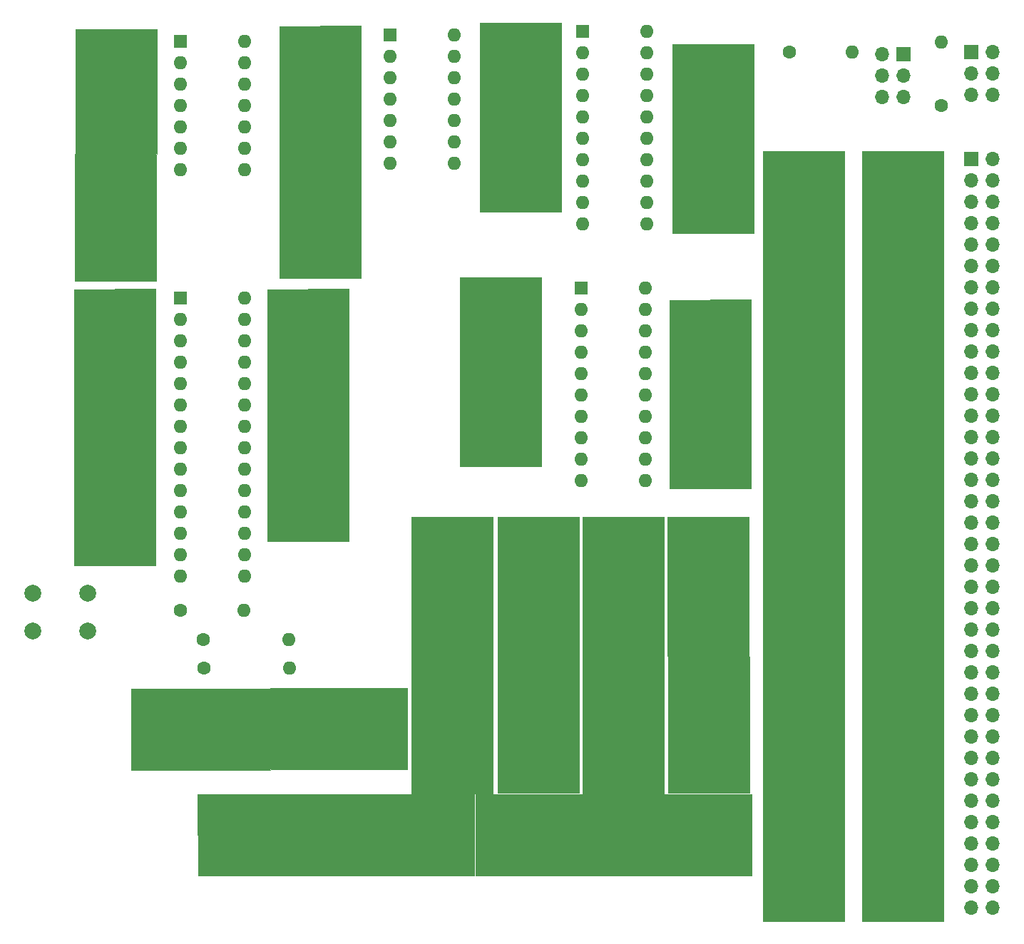
<source format=gbr>
%TF.GenerationSoftware,KiCad,Pcbnew,(5.1.8)-1*%
%TF.CreationDate,2021-01-08T14:24:18-05:00*%
%TF.ProjectId,z80logic,7a38306c-6f67-4696-932e-6b696361645f,1*%
%TF.SameCoordinates,Original*%
%TF.FileFunction,Soldermask,Top*%
%TF.FilePolarity,Negative*%
%FSLAX46Y46*%
G04 Gerber Fmt 4.6, Leading zero omitted, Abs format (unit mm)*
G04 Created by KiCad (PCBNEW (5.1.8)-1) date 2021-01-08 14:24:18*
%MOMM*%
%LPD*%
G01*
G04 APERTURE LIST*
%ADD10C,0.100000*%
%ADD11C,1.524000*%
%ADD12O,1.700000X1.700000*%
%ADD13R,1.700000X1.700000*%
%ADD14O,1.600000X1.600000*%
%ADD15R,1.600000X1.600000*%
%ADD16C,1.600000*%
%ADD17C,2.000000*%
G04 APERTURE END LIST*
D10*
%TO.C,C20*%
G36*
X134226300Y-112275620D02*
G01*
X134226300Y-102623620D01*
X167005000Y-102616000D01*
X167030400Y-112268000D01*
X134226300Y-112275620D01*
G37*
X134226300Y-112275620D02*
X134226300Y-102623620D01*
X167005000Y-102616000D01*
X167030400Y-112268000D01*
X134226300Y-112275620D01*
%TO.C,C19*%
G36*
X174955200Y-115181380D02*
G01*
X174955200Y-124833380D01*
X142176500Y-124841000D01*
X142151100Y-115189000D01*
X174955200Y-115181380D01*
G37*
X174955200Y-115181380D02*
X174955200Y-124833380D01*
X142176500Y-124841000D01*
X142151100Y-115189000D01*
X174955200Y-115181380D01*
%TO.C,C18*%
G36*
X177172620Y-115074700D02*
G01*
X167520620Y-115074700D01*
X167513000Y-82296000D01*
X177165000Y-82270600D01*
X177172620Y-115074700D01*
G37*
X177172620Y-115074700D02*
X167520620Y-115074700D01*
X167513000Y-82296000D01*
X177165000Y-82270600D01*
X177172620Y-115074700D01*
%TO.C,C17*%
G36*
X207911700Y-115181380D02*
G01*
X207911700Y-124833380D01*
X175133000Y-124841000D01*
X175107600Y-115189000D01*
X207911700Y-115181380D01*
G37*
X207911700Y-115181380D02*
X207911700Y-124833380D01*
X175133000Y-124841000D01*
X175107600Y-115189000D01*
X207911700Y-115181380D01*
%TO.C,C16*%
G36*
X187411360Y-115059460D02*
G01*
X177759360Y-115059460D01*
X177751740Y-82280760D01*
X187403740Y-82255360D01*
X187411360Y-115059460D01*
G37*
X187411360Y-115059460D02*
X177759360Y-115059460D01*
X177751740Y-82280760D01*
X187403740Y-82255360D01*
X187411360Y-115059460D01*
%TO.C,C15*%
G36*
X197492620Y-115074700D02*
G01*
X187840620Y-115074700D01*
X187833000Y-82296000D01*
X197485000Y-82270600D01*
X197492620Y-115074700D01*
G37*
X197492620Y-115074700D02*
X187840620Y-115074700D01*
X187833000Y-82296000D01*
X197485000Y-82270600D01*
X197492620Y-115074700D01*
%TO.C,C14*%
G36*
X207604360Y-115059460D02*
G01*
X197952360Y-115059460D01*
X197944740Y-82280760D01*
X207596740Y-82255360D01*
X207604360Y-115059460D01*
G37*
X207604360Y-115059460D02*
X197952360Y-115059460D01*
X197944740Y-82280760D01*
X207596740Y-82255360D01*
X207604360Y-115059460D01*
%TO.C,C13*%
G36*
X207850740Y-78877160D02*
G01*
X198198740Y-78877160D01*
X198198740Y-56499760D01*
X207850740Y-56474360D01*
X207850740Y-78877160D01*
G37*
X207850740Y-78877160D02*
X198198740Y-78877160D01*
X198198740Y-56499760D01*
X207850740Y-56474360D01*
X207850740Y-78877160D01*
%TO.C,C12*%
G36*
X182958740Y-76210160D02*
G01*
X173306740Y-76210160D01*
X173306740Y-53832760D01*
X182958740Y-53807360D01*
X182958740Y-76210160D01*
G37*
X182958740Y-76210160D02*
X173306740Y-76210160D01*
X173306740Y-53832760D01*
X182958740Y-53807360D01*
X182958740Y-76210160D01*
%TO.C,C11*%
G36*
X137237781Y-54238201D02*
G01*
X127585781Y-54238201D01*
X127595941Y-24350021D01*
X137247941Y-24324621D01*
X137237781Y-54238201D01*
G37*
X137237781Y-54238201D02*
X127585781Y-54238201D01*
X127595941Y-24350021D01*
X137247941Y-24324621D01*
X137237781Y-54238201D01*
%TO.C,C10*%
G36*
X161485580Y-53875940D02*
G01*
X151833580Y-53875940D01*
X151843740Y-23987760D01*
X161495740Y-23962360D01*
X161485580Y-53875940D01*
G37*
X161485580Y-53875940D02*
X151833580Y-53875940D01*
X151843740Y-23987760D01*
X161495740Y-23962360D01*
X161485580Y-53875940D01*
%TO.C,C7*%
G36*
X218889580Y-130251200D02*
G01*
X209237580Y-130251200D01*
X209247740Y-38846760D01*
X218899740Y-38821360D01*
X218889580Y-130251200D01*
G37*
X218889580Y-130251200D02*
X209237580Y-130251200D01*
X209247740Y-38846760D01*
X218899740Y-38821360D01*
X218889580Y-130251200D01*
%TO.C,C8*%
G36*
X230700580Y-130251200D02*
G01*
X221048580Y-130251200D01*
X221058740Y-38846760D01*
X230710740Y-38821360D01*
X230700580Y-130251200D01*
G37*
X230700580Y-130251200D02*
X221048580Y-130251200D01*
X221058740Y-38846760D01*
X230710740Y-38821360D01*
X230700580Y-130251200D01*
%TO.C,C5*%
G36*
X137119360Y-88008460D02*
G01*
X127467360Y-88008460D01*
X127459740Y-55229760D01*
X137111740Y-55204360D01*
X137119360Y-88008460D01*
G37*
X137119360Y-88008460D02*
X127467360Y-88008460D01*
X127459740Y-55229760D01*
X137111740Y-55204360D01*
X137119360Y-88008460D01*
%TO.C,C4*%
G36*
X208153000Y-48539400D02*
G01*
X198501000Y-48539400D01*
X198501000Y-26162000D01*
X208153000Y-26136600D01*
X208153000Y-48539400D01*
G37*
X208153000Y-48539400D02*
X198501000Y-48539400D01*
X198501000Y-26162000D01*
X208153000Y-26136600D01*
X208153000Y-48539400D01*
%TO.C,C2*%
G36*
X185293000Y-45999400D02*
G01*
X175641000Y-45999400D01*
X175641000Y-23622000D01*
X185293000Y-23596600D01*
X185293000Y-45999400D01*
G37*
X185293000Y-45999400D02*
X175641000Y-45999400D01*
X175641000Y-23622000D01*
X185293000Y-23596600D01*
X185293000Y-45999400D01*
%TO.C,C6*%
G36*
X160088580Y-85117940D02*
G01*
X150436580Y-85117940D01*
X150446740Y-55229760D01*
X160098740Y-55204360D01*
X160088580Y-85117940D01*
G37*
X160088580Y-85117940D02*
X150436580Y-85117940D01*
X150446740Y-55229760D01*
X160098740Y-55204360D01*
X160088580Y-85117940D01*
%TD*%
D11*
%TO.C,C20*%
X135509000Y-111252000D03*
X135509000Y-108712000D03*
X135509000Y-106172000D03*
X135509000Y-103632000D03*
X138049000Y-111252000D03*
X138049000Y-108712000D03*
X138049000Y-106172000D03*
X138049000Y-103632000D03*
X140589000Y-111252000D03*
X140589000Y-108712000D03*
X140589000Y-106172000D03*
X140589000Y-103632000D03*
X143129000Y-111252000D03*
X143129000Y-108712000D03*
X143129000Y-106172000D03*
X143129000Y-103632000D03*
X145669000Y-111252000D03*
X145669000Y-108712000D03*
X145669000Y-106172000D03*
X145669000Y-103632000D03*
X148209000Y-111252000D03*
X148209000Y-108712000D03*
X148209000Y-106172000D03*
X148209000Y-103632000D03*
X150749000Y-111252000D03*
X150749000Y-108712000D03*
X150749000Y-106172000D03*
X150749000Y-103632000D03*
X153289000Y-111252000D03*
X153289000Y-108712000D03*
X153289000Y-106172000D03*
X153289000Y-103632000D03*
X155829000Y-111252000D03*
X155829000Y-108712000D03*
X155829000Y-106172000D03*
X155829000Y-103632000D03*
X158369000Y-111252000D03*
X158369000Y-108712000D03*
X158369000Y-106172000D03*
X158369000Y-103632000D03*
X160909000Y-111252000D03*
X160909000Y-108712000D03*
X160909000Y-106172000D03*
X160909000Y-103632000D03*
X163449000Y-111252000D03*
X163449000Y-108712000D03*
X163449000Y-106172000D03*
X163449000Y-103632000D03*
X165989000Y-111252000D03*
X165989000Y-108712000D03*
X165989000Y-106172000D03*
X165989000Y-103632000D03*
%TD*%
%TO.C,C19*%
X173672500Y-116205000D03*
X173672500Y-118745000D03*
X173672500Y-121285000D03*
X173672500Y-123825000D03*
X171132500Y-116205000D03*
X171132500Y-118745000D03*
X171132500Y-121285000D03*
X171132500Y-123825000D03*
X168592500Y-116205000D03*
X168592500Y-118745000D03*
X168592500Y-121285000D03*
X168592500Y-123825000D03*
X166052500Y-116205000D03*
X166052500Y-118745000D03*
X166052500Y-121285000D03*
X166052500Y-123825000D03*
X163512500Y-116205000D03*
X163512500Y-118745000D03*
X163512500Y-121285000D03*
X163512500Y-123825000D03*
X160972500Y-116205000D03*
X160972500Y-118745000D03*
X160972500Y-121285000D03*
X160972500Y-123825000D03*
X158432500Y-116205000D03*
X158432500Y-118745000D03*
X158432500Y-121285000D03*
X158432500Y-123825000D03*
X155892500Y-116205000D03*
X155892500Y-118745000D03*
X155892500Y-121285000D03*
X155892500Y-123825000D03*
X153352500Y-116205000D03*
X153352500Y-118745000D03*
X153352500Y-121285000D03*
X153352500Y-123825000D03*
X150812500Y-116205000D03*
X150812500Y-118745000D03*
X150812500Y-121285000D03*
X150812500Y-123825000D03*
X148272500Y-116205000D03*
X148272500Y-118745000D03*
X148272500Y-121285000D03*
X148272500Y-123825000D03*
X145732500Y-116205000D03*
X145732500Y-118745000D03*
X145732500Y-121285000D03*
X145732500Y-123825000D03*
X143192500Y-116205000D03*
X143192500Y-118745000D03*
X143192500Y-121285000D03*
X143192500Y-123825000D03*
%TD*%
%TO.C,C18*%
X176149000Y-113792000D03*
X173609000Y-113792000D03*
X171069000Y-113792000D03*
X168529000Y-113792000D03*
X176149000Y-111252000D03*
X173609000Y-111252000D03*
X171069000Y-111252000D03*
X168529000Y-111252000D03*
X176149000Y-108712000D03*
X173609000Y-108712000D03*
X171069000Y-108712000D03*
X168529000Y-108712000D03*
X176149000Y-106172000D03*
X173609000Y-106172000D03*
X171069000Y-106172000D03*
X168529000Y-106172000D03*
X176149000Y-103632000D03*
X173609000Y-103632000D03*
X171069000Y-103632000D03*
X168529000Y-103632000D03*
X176149000Y-101092000D03*
X173609000Y-101092000D03*
X171069000Y-101092000D03*
X168529000Y-101092000D03*
X176149000Y-98552000D03*
X173609000Y-98552000D03*
X171069000Y-98552000D03*
X168529000Y-98552000D03*
X176149000Y-96012000D03*
X173609000Y-96012000D03*
X171069000Y-96012000D03*
X168529000Y-96012000D03*
X176149000Y-93472000D03*
X173609000Y-93472000D03*
X171069000Y-93472000D03*
X168529000Y-93472000D03*
X176149000Y-90932000D03*
X173609000Y-90932000D03*
X171069000Y-90932000D03*
X168529000Y-90932000D03*
X176149000Y-88392000D03*
X173609000Y-88392000D03*
X171069000Y-88392000D03*
X168529000Y-88392000D03*
X176149000Y-85852000D03*
X173609000Y-85852000D03*
X171069000Y-85852000D03*
X168529000Y-85852000D03*
X176149000Y-83312000D03*
X173609000Y-83312000D03*
X171069000Y-83312000D03*
X168529000Y-83312000D03*
%TD*%
%TO.C,C17*%
X206629000Y-116205000D03*
X206629000Y-118745000D03*
X206629000Y-121285000D03*
X206629000Y-123825000D03*
X204089000Y-116205000D03*
X204089000Y-118745000D03*
X204089000Y-121285000D03*
X204089000Y-123825000D03*
X201549000Y-116205000D03*
X201549000Y-118745000D03*
X201549000Y-121285000D03*
X201549000Y-123825000D03*
X199009000Y-116205000D03*
X199009000Y-118745000D03*
X199009000Y-121285000D03*
X199009000Y-123825000D03*
X196469000Y-116205000D03*
X196469000Y-118745000D03*
X196469000Y-121285000D03*
X196469000Y-123825000D03*
X193929000Y-116205000D03*
X193929000Y-118745000D03*
X193929000Y-121285000D03*
X193929000Y-123825000D03*
X191389000Y-116205000D03*
X191389000Y-118745000D03*
X191389000Y-121285000D03*
X191389000Y-123825000D03*
X188849000Y-116205000D03*
X188849000Y-118745000D03*
X188849000Y-121285000D03*
X188849000Y-123825000D03*
X186309000Y-116205000D03*
X186309000Y-118745000D03*
X186309000Y-121285000D03*
X186309000Y-123825000D03*
X183769000Y-116205000D03*
X183769000Y-118745000D03*
X183769000Y-121285000D03*
X183769000Y-123825000D03*
X181229000Y-116205000D03*
X181229000Y-118745000D03*
X181229000Y-121285000D03*
X181229000Y-123825000D03*
X178689000Y-116205000D03*
X178689000Y-118745000D03*
X178689000Y-121285000D03*
X178689000Y-123825000D03*
X176149000Y-116205000D03*
X176149000Y-118745000D03*
X176149000Y-121285000D03*
X176149000Y-123825000D03*
%TD*%
%TO.C,C16*%
X186387740Y-113776760D03*
X183847740Y-113776760D03*
X181307740Y-113776760D03*
X178767740Y-113776760D03*
X186387740Y-111236760D03*
X183847740Y-111236760D03*
X181307740Y-111236760D03*
X178767740Y-111236760D03*
X186387740Y-108696760D03*
X183847740Y-108696760D03*
X181307740Y-108696760D03*
X178767740Y-108696760D03*
X186387740Y-106156760D03*
X183847740Y-106156760D03*
X181307740Y-106156760D03*
X178767740Y-106156760D03*
X186387740Y-103616760D03*
X183847740Y-103616760D03*
X181307740Y-103616760D03*
X178767740Y-103616760D03*
X186387740Y-101076760D03*
X183847740Y-101076760D03*
X181307740Y-101076760D03*
X178767740Y-101076760D03*
X186387740Y-98536760D03*
X183847740Y-98536760D03*
X181307740Y-98536760D03*
X178767740Y-98536760D03*
X186387740Y-95996760D03*
X183847740Y-95996760D03*
X181307740Y-95996760D03*
X178767740Y-95996760D03*
X186387740Y-93456760D03*
X183847740Y-93456760D03*
X181307740Y-93456760D03*
X178767740Y-93456760D03*
X186387740Y-90916760D03*
X183847740Y-90916760D03*
X181307740Y-90916760D03*
X178767740Y-90916760D03*
X186387740Y-88376760D03*
X183847740Y-88376760D03*
X181307740Y-88376760D03*
X178767740Y-88376760D03*
X186387740Y-85836760D03*
X183847740Y-85836760D03*
X181307740Y-85836760D03*
X178767740Y-85836760D03*
X186387740Y-83296760D03*
X183847740Y-83296760D03*
X181307740Y-83296760D03*
X178767740Y-83296760D03*
%TD*%
%TO.C,C15*%
X196469000Y-113792000D03*
X193929000Y-113792000D03*
X191389000Y-113792000D03*
X188849000Y-113792000D03*
X196469000Y-111252000D03*
X193929000Y-111252000D03*
X191389000Y-111252000D03*
X188849000Y-111252000D03*
X196469000Y-108712000D03*
X193929000Y-108712000D03*
X191389000Y-108712000D03*
X188849000Y-108712000D03*
X196469000Y-106172000D03*
X193929000Y-106172000D03*
X191389000Y-106172000D03*
X188849000Y-106172000D03*
X196469000Y-103632000D03*
X193929000Y-103632000D03*
X191389000Y-103632000D03*
X188849000Y-103632000D03*
X196469000Y-101092000D03*
X193929000Y-101092000D03*
X191389000Y-101092000D03*
X188849000Y-101092000D03*
X196469000Y-98552000D03*
X193929000Y-98552000D03*
X191389000Y-98552000D03*
X188849000Y-98552000D03*
X196469000Y-96012000D03*
X193929000Y-96012000D03*
X191389000Y-96012000D03*
X188849000Y-96012000D03*
X196469000Y-93472000D03*
X193929000Y-93472000D03*
X191389000Y-93472000D03*
X188849000Y-93472000D03*
X196469000Y-90932000D03*
X193929000Y-90932000D03*
X191389000Y-90932000D03*
X188849000Y-90932000D03*
X196469000Y-88392000D03*
X193929000Y-88392000D03*
X191389000Y-88392000D03*
X188849000Y-88392000D03*
X196469000Y-85852000D03*
X193929000Y-85852000D03*
X191389000Y-85852000D03*
X188849000Y-85852000D03*
X196469000Y-83312000D03*
X193929000Y-83312000D03*
X191389000Y-83312000D03*
X188849000Y-83312000D03*
%TD*%
%TO.C,C14*%
X206580740Y-113776760D03*
X204040740Y-113776760D03*
X201500740Y-113776760D03*
X198960740Y-113776760D03*
X206580740Y-111236760D03*
X204040740Y-111236760D03*
X201500740Y-111236760D03*
X198960740Y-111236760D03*
X206580740Y-108696760D03*
X204040740Y-108696760D03*
X201500740Y-108696760D03*
X198960740Y-108696760D03*
X206580740Y-106156760D03*
X204040740Y-106156760D03*
X201500740Y-106156760D03*
X198960740Y-106156760D03*
X206580740Y-103616760D03*
X204040740Y-103616760D03*
X201500740Y-103616760D03*
X198960740Y-103616760D03*
X206580740Y-101076760D03*
X204040740Y-101076760D03*
X201500740Y-101076760D03*
X198960740Y-101076760D03*
X206580740Y-98536760D03*
X204040740Y-98536760D03*
X201500740Y-98536760D03*
X198960740Y-98536760D03*
X206580740Y-95996760D03*
X204040740Y-95996760D03*
X201500740Y-95996760D03*
X198960740Y-95996760D03*
X206580740Y-93456760D03*
X204040740Y-93456760D03*
X201500740Y-93456760D03*
X198960740Y-93456760D03*
X206580740Y-90916760D03*
X204040740Y-90916760D03*
X201500740Y-90916760D03*
X198960740Y-90916760D03*
X206580740Y-88376760D03*
X204040740Y-88376760D03*
X201500740Y-88376760D03*
X198960740Y-88376760D03*
X206580740Y-85836760D03*
X204040740Y-85836760D03*
X201500740Y-85836760D03*
X198960740Y-85836760D03*
X206580740Y-83296760D03*
X204040740Y-83296760D03*
X201500740Y-83296760D03*
X198960740Y-83296760D03*
%TD*%
D12*
%TO.C,J3*%
X223393000Y-32385000D03*
X225933000Y-32385000D03*
X223393000Y-29845000D03*
X225933000Y-29845000D03*
X223393000Y-27305000D03*
D13*
X225933000Y-27305000D03*
%TD*%
D14*
%TO.C,IOPORT1*%
X195250001Y-55092001D03*
X187630001Y-77952001D03*
X195250001Y-57632001D03*
X187630001Y-75412001D03*
X195250001Y-60172001D03*
X187630001Y-72872001D03*
X195250001Y-62712001D03*
X187630001Y-70332001D03*
X195250001Y-65252001D03*
X187630001Y-67792001D03*
X195250001Y-67792001D03*
X187630001Y-65252001D03*
X195250001Y-70332001D03*
X187630001Y-62712001D03*
X195250001Y-72872001D03*
X187630001Y-60172001D03*
X195250001Y-75412001D03*
X187630001Y-57632001D03*
X195250001Y-77952001D03*
D15*
X187630001Y-55092001D03*
%TD*%
D11*
%TO.C,C13*%
X206834740Y-77835760D03*
X204294740Y-77835760D03*
X201754740Y-77835760D03*
X199214740Y-77835760D03*
X206834740Y-75295760D03*
X204294740Y-75295760D03*
X201754740Y-75295760D03*
X199214740Y-75295760D03*
X206834740Y-72755760D03*
X204294740Y-72755760D03*
X201754740Y-72755760D03*
X199214740Y-72755760D03*
X206834740Y-70215760D03*
X204294740Y-70215760D03*
X201754740Y-70215760D03*
X199214740Y-70215760D03*
X206834740Y-67675760D03*
X204294740Y-67675760D03*
X201754740Y-67675760D03*
X199214740Y-67675760D03*
X206834740Y-65135760D03*
X204294740Y-65135760D03*
X201754740Y-65135760D03*
X199214740Y-65135760D03*
X206834740Y-62595760D03*
X204294740Y-62595760D03*
X201754740Y-62595760D03*
X199214740Y-62595760D03*
X206834740Y-60055760D03*
X204294740Y-60055760D03*
X201754740Y-60055760D03*
X199214740Y-60055760D03*
X206834740Y-57515760D03*
X204294740Y-57515760D03*
X201754740Y-57515760D03*
X199214740Y-57515760D03*
%TD*%
%TO.C,C12*%
X181942740Y-75168760D03*
X179402740Y-75168760D03*
X176862740Y-75168760D03*
X174322740Y-75168760D03*
X181942740Y-72628760D03*
X179402740Y-72628760D03*
X176862740Y-72628760D03*
X174322740Y-72628760D03*
X181942740Y-70088760D03*
X179402740Y-70088760D03*
X176862740Y-70088760D03*
X174322740Y-70088760D03*
X181942740Y-67548760D03*
X179402740Y-67548760D03*
X176862740Y-67548760D03*
X174322740Y-67548760D03*
X181942740Y-65008760D03*
X179402740Y-65008760D03*
X176862740Y-65008760D03*
X174322740Y-65008760D03*
X181942740Y-62468760D03*
X179402740Y-62468760D03*
X176862740Y-62468760D03*
X174322740Y-62468760D03*
X181942740Y-59928760D03*
X179402740Y-59928760D03*
X176862740Y-59928760D03*
X174322740Y-59928760D03*
X181942740Y-57388760D03*
X179402740Y-57388760D03*
X176862740Y-57388760D03*
X174322740Y-57388760D03*
X181942740Y-54848760D03*
X179402740Y-54848760D03*
X176862740Y-54848760D03*
X174322740Y-54848760D03*
%TD*%
D14*
%TO.C,OR1*%
X147706001Y-25755001D03*
X140086001Y-40995001D03*
X147706001Y-28295001D03*
X140086001Y-38455001D03*
X147706001Y-30835001D03*
X140086001Y-35915001D03*
X147706001Y-33375001D03*
X140086001Y-33375001D03*
X147706001Y-35915001D03*
X140086001Y-30835001D03*
X147706001Y-38455001D03*
X140086001Y-28295001D03*
X147706001Y-40995001D03*
D15*
X140086001Y-25755001D03*
%TD*%
D11*
%TO.C,C11*%
X136231941Y-53306021D03*
X133691941Y-53306021D03*
X131151941Y-53306021D03*
X128611941Y-53306021D03*
X136231941Y-50766021D03*
X133691941Y-50766021D03*
X131151941Y-50766021D03*
X128611941Y-50766021D03*
X136231941Y-48226021D03*
X133691941Y-48226021D03*
X131151941Y-48226021D03*
X128611941Y-48226021D03*
X136231941Y-45686021D03*
X133691941Y-45686021D03*
X131151941Y-45686021D03*
X128611941Y-45686021D03*
X136231941Y-43146021D03*
X133691941Y-43146021D03*
X131151941Y-43146021D03*
X128611941Y-43146021D03*
X136231941Y-40606021D03*
X133691941Y-40606021D03*
X131151941Y-40606021D03*
X128611941Y-40606021D03*
X136231941Y-38066021D03*
X133691941Y-38066021D03*
X131151941Y-38066021D03*
X128611941Y-38066021D03*
X136231941Y-35526021D03*
X133691941Y-35526021D03*
X131151941Y-35526021D03*
X128611941Y-35526021D03*
X136231941Y-32986021D03*
X133691941Y-32986021D03*
X131151941Y-32986021D03*
X128611941Y-32986021D03*
X136231941Y-30446021D03*
X133691941Y-30446021D03*
X131151941Y-30446021D03*
X128611941Y-30446021D03*
X136231941Y-27906021D03*
X133691941Y-27906021D03*
X131151941Y-27906021D03*
X128611941Y-27906021D03*
X136231941Y-25366021D03*
X133691941Y-25366021D03*
X131151941Y-25366021D03*
X128611941Y-25366021D03*
%TD*%
%TO.C,C10*%
X160479740Y-52943760D03*
X157939740Y-52943760D03*
X155399740Y-52943760D03*
X152859740Y-52943760D03*
X160479740Y-50403760D03*
X157939740Y-50403760D03*
X155399740Y-50403760D03*
X152859740Y-50403760D03*
X160479740Y-47863760D03*
X157939740Y-47863760D03*
X155399740Y-47863760D03*
X152859740Y-47863760D03*
X160479740Y-45323760D03*
X157939740Y-45323760D03*
X155399740Y-45323760D03*
X152859740Y-45323760D03*
X160479740Y-42783760D03*
X157939740Y-42783760D03*
X155399740Y-42783760D03*
X152859740Y-42783760D03*
X160479740Y-40243760D03*
X157939740Y-40243760D03*
X155399740Y-40243760D03*
X152859740Y-40243760D03*
X160479740Y-37703760D03*
X157939740Y-37703760D03*
X155399740Y-37703760D03*
X152859740Y-37703760D03*
X160479740Y-35163760D03*
X157939740Y-35163760D03*
X155399740Y-35163760D03*
X152859740Y-35163760D03*
X160479740Y-32623760D03*
X157939740Y-32623760D03*
X155399740Y-32623760D03*
X152859740Y-32623760D03*
X160479740Y-30083760D03*
X157939740Y-30083760D03*
X155399740Y-30083760D03*
X152859740Y-30083760D03*
X160479740Y-27543760D03*
X157939740Y-27543760D03*
X155399740Y-27543760D03*
X152859740Y-27543760D03*
X160479740Y-25003760D03*
X157939740Y-25003760D03*
X155399740Y-25003760D03*
X152859740Y-25003760D03*
%TD*%
D15*
%TO.C,ANDWAIT1*%
X164973000Y-25019000D03*
D14*
X172593000Y-40259000D03*
X164973000Y-27559000D03*
X172593000Y-37719000D03*
X164973000Y-30099000D03*
X172593000Y-35179000D03*
X164973000Y-32639000D03*
X172593000Y-32639000D03*
X164973000Y-35179000D03*
X172593000Y-30099000D03*
X164973000Y-37719000D03*
X172593000Y-27559000D03*
X164973000Y-40259000D03*
X172593000Y-25019000D03*
%TD*%
%TO.C,R2*%
X152971500Y-96837500D03*
D16*
X142811500Y-96837500D03*
%TD*%
D14*
%TO.C,R1*%
X153035000Y-100203000D03*
D16*
X142875000Y-100203000D03*
%TD*%
D17*
%TO.C,SW1*%
X129055000Y-91313000D03*
X129055000Y-95813000D03*
X122555000Y-91313000D03*
X122555000Y-95813000D03*
%TD*%
D14*
%TO.C,C9*%
X147581000Y-93345000D03*
D16*
X140081000Y-93345000D03*
%TD*%
D11*
%TO.C,C7*%
X217883740Y-128762760D03*
X215343740Y-128762760D03*
X212803740Y-128762760D03*
X210263740Y-128762760D03*
X217883740Y-126222760D03*
X215343740Y-126222760D03*
X212803740Y-126222760D03*
X210263740Y-126222760D03*
X217883740Y-123682760D03*
X215343740Y-123682760D03*
X212803740Y-123682760D03*
X210263740Y-123682760D03*
X217883740Y-121142760D03*
X215343740Y-121142760D03*
X212803740Y-121142760D03*
X210263740Y-121142760D03*
X217883740Y-118602760D03*
X215343740Y-118602760D03*
X212803740Y-118602760D03*
X210263740Y-118602760D03*
X217883740Y-116062760D03*
X215343740Y-116062760D03*
X212803740Y-116062760D03*
X210263740Y-116062760D03*
X217883740Y-113522760D03*
X215343740Y-113522760D03*
X212803740Y-113522760D03*
X210263740Y-113522760D03*
X217883740Y-110982760D03*
X215343740Y-110982760D03*
X212803740Y-110982760D03*
X210263740Y-110982760D03*
X217883740Y-108442760D03*
X215343740Y-108442760D03*
X212803740Y-108442760D03*
X210263740Y-108442760D03*
X217883740Y-105902760D03*
X215343740Y-105902760D03*
X212803740Y-105902760D03*
X210263740Y-105902760D03*
X217883740Y-103362760D03*
X215343740Y-103362760D03*
X212803740Y-103362760D03*
X210263740Y-103362760D03*
X217883740Y-100822760D03*
X215343740Y-100822760D03*
X212803740Y-100822760D03*
X210263740Y-100822760D03*
X217883740Y-98282760D03*
X215343740Y-98282760D03*
X212803740Y-98282760D03*
X210263740Y-98282760D03*
X217883740Y-95742760D03*
X215343740Y-95742760D03*
X212803740Y-95742760D03*
X210263740Y-95742760D03*
X217883740Y-93202760D03*
X215343740Y-93202760D03*
X212803740Y-93202760D03*
X210263740Y-93202760D03*
X217883740Y-90662760D03*
X215343740Y-90662760D03*
X212803740Y-90662760D03*
X210263740Y-90662760D03*
X217883740Y-88122760D03*
X215343740Y-88122760D03*
X212803740Y-88122760D03*
X210263740Y-88122760D03*
X217883740Y-85582760D03*
X215343740Y-85582760D03*
X212803740Y-85582760D03*
X210263740Y-85582760D03*
X217883740Y-83042760D03*
X215343740Y-83042760D03*
X212803740Y-83042760D03*
X210263740Y-83042760D03*
X217883740Y-80502760D03*
X215343740Y-80502760D03*
X212803740Y-80502760D03*
X210263740Y-80502760D03*
X217883740Y-77962760D03*
X215343740Y-77962760D03*
X212803740Y-77962760D03*
X210263740Y-77962760D03*
X217883740Y-75422760D03*
X215343740Y-75422760D03*
X212803740Y-75422760D03*
X210263740Y-75422760D03*
X217883740Y-72882760D03*
X215343740Y-72882760D03*
X212803740Y-72882760D03*
X210263740Y-72882760D03*
X217883740Y-70342760D03*
X215343740Y-70342760D03*
X212803740Y-70342760D03*
X210263740Y-70342760D03*
X217883740Y-67802760D03*
X215343740Y-67802760D03*
X212803740Y-67802760D03*
X210263740Y-67802760D03*
X217883740Y-65262760D03*
X215343740Y-65262760D03*
X212803740Y-65262760D03*
X210263740Y-65262760D03*
X217883740Y-62722760D03*
X215343740Y-62722760D03*
X212803740Y-62722760D03*
X210263740Y-62722760D03*
X217883740Y-60182760D03*
X215343740Y-60182760D03*
X212803740Y-60182760D03*
X210263740Y-60182760D03*
X217883740Y-57642760D03*
X215343740Y-57642760D03*
X212803740Y-57642760D03*
X210263740Y-57642760D03*
X217883740Y-55102760D03*
X215343740Y-55102760D03*
X212803740Y-55102760D03*
X210263740Y-55102760D03*
X217883740Y-52562760D03*
X215343740Y-52562760D03*
X212803740Y-52562760D03*
X210263740Y-52562760D03*
X217883740Y-50022760D03*
X215343740Y-50022760D03*
X212803740Y-50022760D03*
X210263740Y-50022760D03*
X217883740Y-47482760D03*
X215343740Y-47482760D03*
X212803740Y-47482760D03*
X210263740Y-47482760D03*
X217883740Y-44942760D03*
X215343740Y-44942760D03*
X212803740Y-44942760D03*
X210263740Y-44942760D03*
X217883740Y-42402760D03*
X215343740Y-42402760D03*
X212803740Y-42402760D03*
X210263740Y-42402760D03*
X217883740Y-39862760D03*
X215343740Y-39862760D03*
X212803740Y-39862760D03*
X210263740Y-39862760D03*
%TD*%
%TO.C,C8*%
X229694740Y-128762760D03*
X227154740Y-128762760D03*
X224614740Y-128762760D03*
X222074740Y-128762760D03*
X229694740Y-126222760D03*
X227154740Y-126222760D03*
X224614740Y-126222760D03*
X222074740Y-126222760D03*
X229694740Y-123682760D03*
X227154740Y-123682760D03*
X224614740Y-123682760D03*
X222074740Y-123682760D03*
X229694740Y-121142760D03*
X227154740Y-121142760D03*
X224614740Y-121142760D03*
X222074740Y-121142760D03*
X229694740Y-118602760D03*
X227154740Y-118602760D03*
X224614740Y-118602760D03*
X222074740Y-118602760D03*
X229694740Y-116062760D03*
X227154740Y-116062760D03*
X224614740Y-116062760D03*
X222074740Y-116062760D03*
X229694740Y-113522760D03*
X227154740Y-113522760D03*
X224614740Y-113522760D03*
X222074740Y-113522760D03*
X229694740Y-110982760D03*
X227154740Y-110982760D03*
X224614740Y-110982760D03*
X222074740Y-110982760D03*
X229694740Y-108442760D03*
X227154740Y-108442760D03*
X224614740Y-108442760D03*
X222074740Y-108442760D03*
X229694740Y-105902760D03*
X227154740Y-105902760D03*
X224614740Y-105902760D03*
X222074740Y-105902760D03*
X229694740Y-103362760D03*
X227154740Y-103362760D03*
X224614740Y-103362760D03*
X222074740Y-103362760D03*
X229694740Y-100822760D03*
X227154740Y-100822760D03*
X224614740Y-100822760D03*
X222074740Y-100822760D03*
X229694740Y-98282760D03*
X227154740Y-98282760D03*
X224614740Y-98282760D03*
X222074740Y-98282760D03*
X229694740Y-95742760D03*
X227154740Y-95742760D03*
X224614740Y-95742760D03*
X222074740Y-95742760D03*
X229694740Y-93202760D03*
X227154740Y-93202760D03*
X224614740Y-93202760D03*
X222074740Y-93202760D03*
X229694740Y-90662760D03*
X227154740Y-90662760D03*
X224614740Y-90662760D03*
X222074740Y-90662760D03*
X229694740Y-88122760D03*
X227154740Y-88122760D03*
X224614740Y-88122760D03*
X222074740Y-88122760D03*
X229694740Y-85582760D03*
X227154740Y-85582760D03*
X224614740Y-85582760D03*
X222074740Y-85582760D03*
X229694740Y-83042760D03*
X227154740Y-83042760D03*
X224614740Y-83042760D03*
X222074740Y-83042760D03*
X229694740Y-80502760D03*
X227154740Y-80502760D03*
X224614740Y-80502760D03*
X222074740Y-80502760D03*
X229694740Y-77962760D03*
X227154740Y-77962760D03*
X224614740Y-77962760D03*
X222074740Y-77962760D03*
X229694740Y-75422760D03*
X227154740Y-75422760D03*
X224614740Y-75422760D03*
X222074740Y-75422760D03*
X229694740Y-72882760D03*
X227154740Y-72882760D03*
X224614740Y-72882760D03*
X222074740Y-72882760D03*
X229694740Y-70342760D03*
X227154740Y-70342760D03*
X224614740Y-70342760D03*
X222074740Y-70342760D03*
X229694740Y-67802760D03*
X227154740Y-67802760D03*
X224614740Y-67802760D03*
X222074740Y-67802760D03*
X229694740Y-65262760D03*
X227154740Y-65262760D03*
X224614740Y-65262760D03*
X222074740Y-65262760D03*
X229694740Y-62722760D03*
X227154740Y-62722760D03*
X224614740Y-62722760D03*
X222074740Y-62722760D03*
X229694740Y-60182760D03*
X227154740Y-60182760D03*
X224614740Y-60182760D03*
X222074740Y-60182760D03*
X229694740Y-57642760D03*
X227154740Y-57642760D03*
X224614740Y-57642760D03*
X222074740Y-57642760D03*
X229694740Y-55102760D03*
X227154740Y-55102760D03*
X224614740Y-55102760D03*
X222074740Y-55102760D03*
X229694740Y-52562760D03*
X227154740Y-52562760D03*
X224614740Y-52562760D03*
X222074740Y-52562760D03*
X229694740Y-50022760D03*
X227154740Y-50022760D03*
X224614740Y-50022760D03*
X222074740Y-50022760D03*
X229694740Y-47482760D03*
X227154740Y-47482760D03*
X224614740Y-47482760D03*
X222074740Y-47482760D03*
X229694740Y-44942760D03*
X227154740Y-44942760D03*
X224614740Y-44942760D03*
X222074740Y-44942760D03*
X229694740Y-42402760D03*
X227154740Y-42402760D03*
X224614740Y-42402760D03*
X222074740Y-42402760D03*
X229694740Y-39862760D03*
X227154740Y-39862760D03*
X224614740Y-39862760D03*
X222074740Y-39862760D03*
%TD*%
%TO.C,C5*%
X136095740Y-86725760D03*
X133555740Y-86725760D03*
X131015740Y-86725760D03*
X128475740Y-86725760D03*
X136095740Y-84185760D03*
X133555740Y-84185760D03*
X131015740Y-84185760D03*
X128475740Y-84185760D03*
X136095740Y-81645760D03*
X133555740Y-81645760D03*
X131015740Y-81645760D03*
X128475740Y-81645760D03*
X136095740Y-79105760D03*
X133555740Y-79105760D03*
X131015740Y-79105760D03*
X128475740Y-79105760D03*
X136095740Y-76565760D03*
X133555740Y-76565760D03*
X131015740Y-76565760D03*
X128475740Y-76565760D03*
X136095740Y-74025760D03*
X133555740Y-74025760D03*
X131015740Y-74025760D03*
X128475740Y-74025760D03*
X136095740Y-71485760D03*
X133555740Y-71485760D03*
X131015740Y-71485760D03*
X128475740Y-71485760D03*
X136095740Y-68945760D03*
X133555740Y-68945760D03*
X131015740Y-68945760D03*
X128475740Y-68945760D03*
X136095740Y-66405760D03*
X133555740Y-66405760D03*
X131015740Y-66405760D03*
X128475740Y-66405760D03*
X136095740Y-63865760D03*
X133555740Y-63865760D03*
X131015740Y-63865760D03*
X128475740Y-63865760D03*
X136095740Y-61325760D03*
X133555740Y-61325760D03*
X131015740Y-61325760D03*
X128475740Y-61325760D03*
X136095740Y-58785760D03*
X133555740Y-58785760D03*
X131015740Y-58785760D03*
X128475740Y-58785760D03*
X136095740Y-56245760D03*
X133555740Y-56245760D03*
X131015740Y-56245760D03*
X128475740Y-56245760D03*
%TD*%
%TO.C,C4*%
X207137000Y-47498000D03*
X204597000Y-47498000D03*
X202057000Y-47498000D03*
X199517000Y-47498000D03*
X207137000Y-44958000D03*
X204597000Y-44958000D03*
X202057000Y-44958000D03*
X199517000Y-44958000D03*
X207137000Y-42418000D03*
X204597000Y-42418000D03*
X202057000Y-42418000D03*
X199517000Y-42418000D03*
X207137000Y-39878000D03*
X204597000Y-39878000D03*
X202057000Y-39878000D03*
X199517000Y-39878000D03*
X207137000Y-37338000D03*
X204597000Y-37338000D03*
X202057000Y-37338000D03*
X199517000Y-37338000D03*
X207137000Y-34798000D03*
X204597000Y-34798000D03*
X202057000Y-34798000D03*
X199517000Y-34798000D03*
X207137000Y-32258000D03*
X204597000Y-32258000D03*
X202057000Y-32258000D03*
X199517000Y-32258000D03*
X207137000Y-29718000D03*
X204597000Y-29718000D03*
X202057000Y-29718000D03*
X199517000Y-29718000D03*
X207137000Y-27178000D03*
X204597000Y-27178000D03*
X202057000Y-27178000D03*
X199517000Y-27178000D03*
%TD*%
%TO.C,C2*%
X184277000Y-44958000D03*
X181737000Y-44958000D03*
X179197000Y-44958000D03*
X176657000Y-44958000D03*
X184277000Y-42418000D03*
X181737000Y-42418000D03*
X179197000Y-42418000D03*
X176657000Y-42418000D03*
X184277000Y-39878000D03*
X181737000Y-39878000D03*
X179197000Y-39878000D03*
X176657000Y-39878000D03*
X184277000Y-37338000D03*
X181737000Y-37338000D03*
X179197000Y-37338000D03*
X176657000Y-37338000D03*
X184277000Y-34798000D03*
X181737000Y-34798000D03*
X179197000Y-34798000D03*
X176657000Y-34798000D03*
X184277000Y-32258000D03*
X181737000Y-32258000D03*
X179197000Y-32258000D03*
X176657000Y-32258000D03*
X184277000Y-29718000D03*
X181737000Y-29718000D03*
X179197000Y-29718000D03*
X176657000Y-29718000D03*
X184277000Y-27178000D03*
X181737000Y-27178000D03*
X179197000Y-27178000D03*
X176657000Y-27178000D03*
X184277000Y-24638000D03*
X181737000Y-24638000D03*
X179197000Y-24638000D03*
X176657000Y-24638000D03*
%TD*%
%TO.C,C6*%
X159082740Y-84185760D03*
X156542740Y-84185760D03*
X154002740Y-84185760D03*
X151462740Y-84185760D03*
X159082740Y-81645760D03*
X156542740Y-81645760D03*
X154002740Y-81645760D03*
X151462740Y-81645760D03*
X159082740Y-79105760D03*
X156542740Y-79105760D03*
X154002740Y-79105760D03*
X151462740Y-79105760D03*
X159082740Y-76565760D03*
X156542740Y-76565760D03*
X154002740Y-76565760D03*
X151462740Y-76565760D03*
X159082740Y-74025760D03*
X156542740Y-74025760D03*
X154002740Y-74025760D03*
X151462740Y-74025760D03*
X159082740Y-71485760D03*
X156542740Y-71485760D03*
X154002740Y-71485760D03*
X151462740Y-71485760D03*
X159082740Y-68945760D03*
X156542740Y-68945760D03*
X154002740Y-68945760D03*
X151462740Y-68945760D03*
X159082740Y-66405760D03*
X156542740Y-66405760D03*
X154002740Y-66405760D03*
X151462740Y-66405760D03*
X159082740Y-63865760D03*
X156542740Y-63865760D03*
X154002740Y-63865760D03*
X151462740Y-63865760D03*
X159082740Y-61325760D03*
X156542740Y-61325760D03*
X154002740Y-61325760D03*
X151462740Y-61325760D03*
X159082740Y-58785760D03*
X156542740Y-58785760D03*
X154002740Y-58785760D03*
X151462740Y-58785760D03*
X159082740Y-56245760D03*
X156542740Y-56245760D03*
X154002740Y-56245760D03*
X151462740Y-56245760D03*
%TD*%
D14*
%TO.C,CLOCK1*%
X147701000Y-56261000D03*
X140081000Y-89281000D03*
X147701000Y-58801000D03*
X140081000Y-86741000D03*
X147701000Y-61341000D03*
X140081000Y-84201000D03*
X147701000Y-63881000D03*
X140081000Y-81661000D03*
X147701000Y-66421000D03*
X140081000Y-79121000D03*
X147701000Y-68961000D03*
X140081000Y-76581000D03*
X147701000Y-71501000D03*
X140081000Y-74041000D03*
X147701000Y-74041000D03*
X140081000Y-71501000D03*
X147701000Y-76581000D03*
X140081000Y-68961000D03*
X147701000Y-79121000D03*
X140081000Y-66421000D03*
X147701000Y-81661000D03*
X140081000Y-63881000D03*
X147701000Y-84201000D03*
X140081000Y-61341000D03*
X147701000Y-86741000D03*
X140081000Y-58801000D03*
X147701000Y-89281000D03*
D15*
X140081000Y-56261000D03*
%TD*%
D14*
%TO.C,MEMCHIPSELECT1*%
X195453000Y-24638000D03*
X187833000Y-47498000D03*
X195453000Y-27178000D03*
X187833000Y-44958000D03*
X195453000Y-29718000D03*
X187833000Y-42418000D03*
X195453000Y-32258000D03*
X187833000Y-39878000D03*
X195453000Y-34798000D03*
X187833000Y-37338000D03*
X195453000Y-37338000D03*
X187833000Y-34798000D03*
X195453000Y-39878000D03*
X187833000Y-32258000D03*
X195453000Y-42418000D03*
X187833000Y-29718000D03*
X195453000Y-44958000D03*
X187833000Y-27178000D03*
X195453000Y-47498000D03*
D15*
X187833000Y-24638000D03*
%TD*%
D14*
%TO.C,C1*%
X219844000Y-27051000D03*
D16*
X212344000Y-27051000D03*
%TD*%
D14*
%TO.C,C3*%
X230378000Y-25901000D03*
D16*
X230378000Y-33401000D03*
%TD*%
D12*
%TO.C,J2*%
X236474000Y-32131000D03*
X233934000Y-32131000D03*
X236474000Y-29591000D03*
X233934000Y-29591000D03*
X236474000Y-27051000D03*
D13*
X233934000Y-27051000D03*
%TD*%
D12*
%TO.C,J1*%
X236474000Y-128651000D03*
X233934000Y-128651000D03*
X236474000Y-126111000D03*
X233934000Y-126111000D03*
X236474000Y-123571000D03*
X233934000Y-123571000D03*
X236474000Y-121031000D03*
X233934000Y-121031000D03*
X236474000Y-118491000D03*
X233934000Y-118491000D03*
X236474000Y-115951000D03*
X233934000Y-115951000D03*
X236474000Y-113411000D03*
X233934000Y-113411000D03*
X236474000Y-110871000D03*
X233934000Y-110871000D03*
X236474000Y-108331000D03*
X233934000Y-108331000D03*
X236474000Y-105791000D03*
X233934000Y-105791000D03*
X236474000Y-103251000D03*
X233934000Y-103251000D03*
X236474000Y-100711000D03*
X233934000Y-100711000D03*
X236474000Y-98171000D03*
X233934000Y-98171000D03*
X236474000Y-95631000D03*
X233934000Y-95631000D03*
X236474000Y-93091000D03*
X233934000Y-93091000D03*
X236474000Y-90551000D03*
X233934000Y-90551000D03*
X236474000Y-88011000D03*
X233934000Y-88011000D03*
X236474000Y-85471000D03*
X233934000Y-85471000D03*
X236474000Y-82931000D03*
X233934000Y-82931000D03*
X236474000Y-80391000D03*
X233934000Y-80391000D03*
X236474000Y-77851000D03*
X233934000Y-77851000D03*
X236474000Y-75311000D03*
X233934000Y-75311000D03*
X236474000Y-72771000D03*
X233934000Y-72771000D03*
X236474000Y-70231000D03*
X233934000Y-70231000D03*
X236474000Y-67691000D03*
X233934000Y-67691000D03*
X236474000Y-65151000D03*
X233934000Y-65151000D03*
X236474000Y-62611000D03*
X233934000Y-62611000D03*
X236474000Y-60071000D03*
X233934000Y-60071000D03*
X236474000Y-57531000D03*
X233934000Y-57531000D03*
X236474000Y-54991000D03*
X233934000Y-54991000D03*
X236474000Y-52451000D03*
X233934000Y-52451000D03*
X236474000Y-49911000D03*
X233934000Y-49911000D03*
X236474000Y-47371000D03*
X233934000Y-47371000D03*
X236474000Y-44831000D03*
X233934000Y-44831000D03*
X236474000Y-42291000D03*
X233934000Y-42291000D03*
X236474000Y-39751000D03*
D13*
X233934000Y-39751000D03*
%TD*%
M02*

</source>
